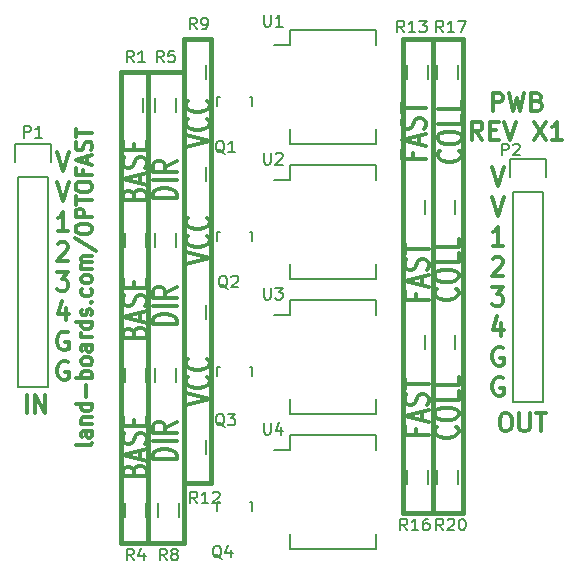
<source format=gto>
G04 #@! TF.FileFunction,Legend,Top*
%FSLAX46Y46*%
G04 Gerber Fmt 4.6, Leading zero omitted, Abs format (unit mm)*
G04 Created by KiCad (PCBNEW (after 2015-mar-04 BZR unknown)-product) date 12/19/2016 12:33:55 PM*
%MOMM*%
G01*
G04 APERTURE LIST*
%ADD10C,0.150000*%
%ADD11C,0.381000*%
%ADD12C,0.304800*%
G04 APERTURE END LIST*
D10*
D11*
X37592000Y-3556000D02*
X37592000Y-43688000D01*
X35052000Y-43688000D02*
X35052000Y-3556000D01*
X40132000Y-43688000D02*
X35052000Y-43688000D01*
X40132000Y-3556000D02*
X40132000Y-43688000D01*
X35052000Y-3556000D02*
X40132000Y-3556000D01*
D12*
X16667238Y-12700000D02*
X18699238Y-12192000D01*
X16667238Y-11684000D01*
X18505714Y-10305143D02*
X18602476Y-10377714D01*
X18699238Y-10595428D01*
X18699238Y-10740571D01*
X18602476Y-10958286D01*
X18408952Y-11103428D01*
X18215429Y-11176000D01*
X17828381Y-11248571D01*
X17538095Y-11248571D01*
X17151048Y-11176000D01*
X16957524Y-11103428D01*
X16764000Y-10958286D01*
X16667238Y-10740571D01*
X16667238Y-10595428D01*
X16764000Y-10377714D01*
X16860762Y-10305143D01*
X18505714Y-8781143D02*
X18602476Y-8853714D01*
X18699238Y-9071428D01*
X18699238Y-9216571D01*
X18602476Y-9434286D01*
X18408952Y-9579428D01*
X18215429Y-9652000D01*
X17828381Y-9724571D01*
X17538095Y-9724571D01*
X17151048Y-9652000D01*
X16957524Y-9579428D01*
X16764000Y-9434286D01*
X16667238Y-9216571D01*
X16667238Y-9071428D01*
X16764000Y-8853714D01*
X16860762Y-8781143D01*
X16667238Y-22606000D02*
X18699238Y-22098000D01*
X16667238Y-21590000D01*
X18505714Y-20211143D02*
X18602476Y-20283714D01*
X18699238Y-20501428D01*
X18699238Y-20646571D01*
X18602476Y-20864286D01*
X18408952Y-21009428D01*
X18215429Y-21082000D01*
X17828381Y-21154571D01*
X17538095Y-21154571D01*
X17151048Y-21082000D01*
X16957524Y-21009428D01*
X16764000Y-20864286D01*
X16667238Y-20646571D01*
X16667238Y-20501428D01*
X16764000Y-20283714D01*
X16860762Y-20211143D01*
X18505714Y-18687143D02*
X18602476Y-18759714D01*
X18699238Y-18977428D01*
X18699238Y-19122571D01*
X18602476Y-19340286D01*
X18408952Y-19485428D01*
X18215429Y-19558000D01*
X17828381Y-19630571D01*
X17538095Y-19630571D01*
X17151048Y-19558000D01*
X16957524Y-19485428D01*
X16764000Y-19340286D01*
X16667238Y-19122571D01*
X16667238Y-18977428D01*
X16764000Y-18759714D01*
X16860762Y-18687143D01*
X16667238Y-34544000D02*
X18699238Y-34036000D01*
X16667238Y-33528000D01*
X18505714Y-32149143D02*
X18602476Y-32221714D01*
X18699238Y-32439428D01*
X18699238Y-32584571D01*
X18602476Y-32802286D01*
X18408952Y-32947428D01*
X18215429Y-33020000D01*
X17828381Y-33092571D01*
X17538095Y-33092571D01*
X17151048Y-33020000D01*
X16957524Y-32947428D01*
X16764000Y-32802286D01*
X16667238Y-32584571D01*
X16667238Y-32439428D01*
X16764000Y-32221714D01*
X16860762Y-32149143D01*
X18505714Y-30625143D02*
X18602476Y-30697714D01*
X18699238Y-30915428D01*
X18699238Y-31060571D01*
X18602476Y-31278286D01*
X18408952Y-31423428D01*
X18215429Y-31496000D01*
X17828381Y-31568571D01*
X17538095Y-31568571D01*
X17151048Y-31496000D01*
X16957524Y-31423428D01*
X16764000Y-31278286D01*
X16667238Y-31060571D01*
X16667238Y-30915428D01*
X16764000Y-30697714D01*
X16860762Y-30625143D01*
X15905238Y-39116000D02*
X13873238Y-39116000D01*
X13873238Y-38753143D01*
X13970000Y-38535428D01*
X14163524Y-38390286D01*
X14357048Y-38317714D01*
X14744095Y-38245143D01*
X15034381Y-38245143D01*
X15421429Y-38317714D01*
X15614952Y-38390286D01*
X15808476Y-38535428D01*
X15905238Y-38753143D01*
X15905238Y-39116000D01*
X15905238Y-37592000D02*
X13873238Y-37592000D01*
X15905238Y-35995429D02*
X14937619Y-36503429D01*
X15905238Y-36866286D02*
X13873238Y-36866286D01*
X13873238Y-36285714D01*
X13970000Y-36140572D01*
X14066762Y-36068000D01*
X14260286Y-35995429D01*
X14550571Y-35995429D01*
X14744095Y-36068000D01*
X14840857Y-36140572D01*
X14937619Y-36285714D01*
X14937619Y-36866286D01*
X15905238Y-27686000D02*
X13873238Y-27686000D01*
X13873238Y-27323143D01*
X13970000Y-27105428D01*
X14163524Y-26960286D01*
X14357048Y-26887714D01*
X14744095Y-26815143D01*
X15034381Y-26815143D01*
X15421429Y-26887714D01*
X15614952Y-26960286D01*
X15808476Y-27105428D01*
X15905238Y-27323143D01*
X15905238Y-27686000D01*
X15905238Y-26162000D02*
X13873238Y-26162000D01*
X15905238Y-24565429D02*
X14937619Y-25073429D01*
X15905238Y-25436286D02*
X13873238Y-25436286D01*
X13873238Y-24855714D01*
X13970000Y-24710572D01*
X14066762Y-24638000D01*
X14260286Y-24565429D01*
X14550571Y-24565429D01*
X14744095Y-24638000D01*
X14840857Y-24710572D01*
X14937619Y-24855714D01*
X14937619Y-25436286D01*
X15905238Y-17018000D02*
X13873238Y-17018000D01*
X13873238Y-16655143D01*
X13970000Y-16437428D01*
X14163524Y-16292286D01*
X14357048Y-16219714D01*
X14744095Y-16147143D01*
X15034381Y-16147143D01*
X15421429Y-16219714D01*
X15614952Y-16292286D01*
X15808476Y-16437428D01*
X15905238Y-16655143D01*
X15905238Y-17018000D01*
X15905238Y-15494000D02*
X13873238Y-15494000D01*
X15905238Y-13897429D02*
X14937619Y-14405429D01*
X15905238Y-14768286D02*
X13873238Y-14768286D01*
X13873238Y-14187714D01*
X13970000Y-14042572D01*
X14066762Y-13970000D01*
X14260286Y-13897429D01*
X14550571Y-13897429D01*
X14744095Y-13970000D01*
X14840857Y-14042572D01*
X14937619Y-14187714D01*
X14937619Y-14768286D01*
D11*
X18796000Y-41148000D02*
X16510000Y-41148000D01*
X18796000Y-3556000D02*
X18796000Y-41148000D01*
X16510000Y-3556000D02*
X18796000Y-3556000D01*
X16510000Y-6350000D02*
X16510000Y-3556000D01*
X11176000Y-6350000D02*
X11430000Y-6350000D01*
X11176000Y-46228000D02*
X11430000Y-46228000D01*
X13462000Y-6350000D02*
X13462000Y-46228000D01*
X11430000Y-6350000D02*
X16510000Y-6350000D01*
X11176000Y-46228000D02*
X11176000Y-6350000D01*
X16510000Y-46228000D02*
X16510000Y-6350000D01*
X11430000Y-46228000D02*
X16510000Y-46228000D01*
D12*
X12300857Y-16691429D02*
X12397619Y-16473715D01*
X12494381Y-16401143D01*
X12687905Y-16328572D01*
X12978190Y-16328572D01*
X13171714Y-16401143D01*
X13268476Y-16473715D01*
X13365238Y-16618857D01*
X13365238Y-17199429D01*
X11333238Y-17199429D01*
X11333238Y-16691429D01*
X11430000Y-16546286D01*
X11526762Y-16473715D01*
X11720286Y-16401143D01*
X11913810Y-16401143D01*
X12107333Y-16473715D01*
X12204095Y-16546286D01*
X12300857Y-16691429D01*
X12300857Y-17199429D01*
X12784667Y-15748000D02*
X12784667Y-15022286D01*
X13365238Y-15893143D02*
X11333238Y-15385143D01*
X13365238Y-14877143D01*
X13268476Y-14441714D02*
X13365238Y-14224000D01*
X13365238Y-13861143D01*
X13268476Y-13716000D01*
X13171714Y-13643429D01*
X12978190Y-13570857D01*
X12784667Y-13570857D01*
X12591143Y-13643429D01*
X12494381Y-13716000D01*
X12397619Y-13861143D01*
X12300857Y-14151429D01*
X12204095Y-14296571D01*
X12107333Y-14369143D01*
X11913810Y-14441714D01*
X11720286Y-14441714D01*
X11526762Y-14369143D01*
X11430000Y-14296571D01*
X11333238Y-14151429D01*
X11333238Y-13788571D01*
X11430000Y-13570857D01*
X12300857Y-12917714D02*
X12300857Y-12409714D01*
X13365238Y-12192000D02*
X13365238Y-12917714D01*
X11333238Y-12917714D01*
X11333238Y-12192000D01*
X12300857Y-28375429D02*
X12397619Y-28157715D01*
X12494381Y-28085143D01*
X12687905Y-28012572D01*
X12978190Y-28012572D01*
X13171714Y-28085143D01*
X13268476Y-28157715D01*
X13365238Y-28302857D01*
X13365238Y-28883429D01*
X11333238Y-28883429D01*
X11333238Y-28375429D01*
X11430000Y-28230286D01*
X11526762Y-28157715D01*
X11720286Y-28085143D01*
X11913810Y-28085143D01*
X12107333Y-28157715D01*
X12204095Y-28230286D01*
X12300857Y-28375429D01*
X12300857Y-28883429D01*
X12784667Y-27432000D02*
X12784667Y-26706286D01*
X13365238Y-27577143D02*
X11333238Y-27069143D01*
X13365238Y-26561143D01*
X13268476Y-26125714D02*
X13365238Y-25908000D01*
X13365238Y-25545143D01*
X13268476Y-25400000D01*
X13171714Y-25327429D01*
X12978190Y-25254857D01*
X12784667Y-25254857D01*
X12591143Y-25327429D01*
X12494381Y-25400000D01*
X12397619Y-25545143D01*
X12300857Y-25835429D01*
X12204095Y-25980571D01*
X12107333Y-26053143D01*
X11913810Y-26125714D01*
X11720286Y-26125714D01*
X11526762Y-26053143D01*
X11430000Y-25980571D01*
X11333238Y-25835429D01*
X11333238Y-25472571D01*
X11430000Y-25254857D01*
X12300857Y-24601714D02*
X12300857Y-24093714D01*
X13365238Y-23876000D02*
X13365238Y-24601714D01*
X11333238Y-24601714D01*
X11333238Y-23876000D01*
X12300857Y-40059429D02*
X12397619Y-39841715D01*
X12494381Y-39769143D01*
X12687905Y-39696572D01*
X12978190Y-39696572D01*
X13171714Y-39769143D01*
X13268476Y-39841715D01*
X13365238Y-39986857D01*
X13365238Y-40567429D01*
X11333238Y-40567429D01*
X11333238Y-40059429D01*
X11430000Y-39914286D01*
X11526762Y-39841715D01*
X11720286Y-39769143D01*
X11913810Y-39769143D01*
X12107333Y-39841715D01*
X12204095Y-39914286D01*
X12300857Y-40059429D01*
X12300857Y-40567429D01*
X12784667Y-39116000D02*
X12784667Y-38390286D01*
X13365238Y-39261143D02*
X11333238Y-38753143D01*
X13365238Y-38245143D01*
X13268476Y-37809714D02*
X13365238Y-37592000D01*
X13365238Y-37229143D01*
X13268476Y-37084000D01*
X13171714Y-37011429D01*
X12978190Y-36938857D01*
X12784667Y-36938857D01*
X12591143Y-37011429D01*
X12494381Y-37084000D01*
X12397619Y-37229143D01*
X12300857Y-37519429D01*
X12204095Y-37664571D01*
X12107333Y-37737143D01*
X11913810Y-37809714D01*
X11720286Y-37809714D01*
X11526762Y-37737143D01*
X11430000Y-37664571D01*
X11333238Y-37519429D01*
X11333238Y-37156571D01*
X11430000Y-36938857D01*
X12300857Y-36285714D02*
X12300857Y-35777714D01*
X13365238Y-35560000D02*
X13365238Y-36285714D01*
X11333238Y-36285714D01*
X11333238Y-35560000D01*
X39841714Y-12990285D02*
X39938476Y-13062856D01*
X40035238Y-13280570D01*
X40035238Y-13425713D01*
X39938476Y-13643428D01*
X39744952Y-13788570D01*
X39551429Y-13861142D01*
X39164381Y-13933713D01*
X38874095Y-13933713D01*
X38487048Y-13861142D01*
X38293524Y-13788570D01*
X38100000Y-13643428D01*
X38003238Y-13425713D01*
X38003238Y-13280570D01*
X38100000Y-13062856D01*
X38196762Y-12990285D01*
X38003238Y-12046856D02*
X38003238Y-11756570D01*
X38100000Y-11611428D01*
X38293524Y-11466285D01*
X38680571Y-11393713D01*
X39357905Y-11393713D01*
X39744952Y-11466285D01*
X39938476Y-11611428D01*
X40035238Y-11756570D01*
X40035238Y-12046856D01*
X39938476Y-12191999D01*
X39744952Y-12337142D01*
X39357905Y-12409713D01*
X38680571Y-12409713D01*
X38293524Y-12337142D01*
X38100000Y-12191999D01*
X38003238Y-12046856D01*
X40035238Y-10014857D02*
X40035238Y-10740571D01*
X38003238Y-10740571D01*
X40035238Y-8781143D02*
X40035238Y-9506857D01*
X38003238Y-9506857D01*
X39587714Y-24674285D02*
X39684476Y-24746856D01*
X39781238Y-24964570D01*
X39781238Y-25109713D01*
X39684476Y-25327428D01*
X39490952Y-25472570D01*
X39297429Y-25545142D01*
X38910381Y-25617713D01*
X38620095Y-25617713D01*
X38233048Y-25545142D01*
X38039524Y-25472570D01*
X37846000Y-25327428D01*
X37749238Y-25109713D01*
X37749238Y-24964570D01*
X37846000Y-24746856D01*
X37942762Y-24674285D01*
X37749238Y-23730856D02*
X37749238Y-23440570D01*
X37846000Y-23295428D01*
X38039524Y-23150285D01*
X38426571Y-23077713D01*
X39103905Y-23077713D01*
X39490952Y-23150285D01*
X39684476Y-23295428D01*
X39781238Y-23440570D01*
X39781238Y-23730856D01*
X39684476Y-23875999D01*
X39490952Y-24021142D01*
X39103905Y-24093713D01*
X38426571Y-24093713D01*
X38039524Y-24021142D01*
X37846000Y-23875999D01*
X37749238Y-23730856D01*
X39781238Y-21698857D02*
X39781238Y-22424571D01*
X37749238Y-22424571D01*
X39781238Y-20465143D02*
X39781238Y-21190857D01*
X37749238Y-21190857D01*
X39587714Y-36358285D02*
X39684476Y-36430856D01*
X39781238Y-36648570D01*
X39781238Y-36793713D01*
X39684476Y-37011428D01*
X39490952Y-37156570D01*
X39297429Y-37229142D01*
X38910381Y-37301713D01*
X38620095Y-37301713D01*
X38233048Y-37229142D01*
X38039524Y-37156570D01*
X37846000Y-37011428D01*
X37749238Y-36793713D01*
X37749238Y-36648570D01*
X37846000Y-36430856D01*
X37942762Y-36358285D01*
X37749238Y-35414856D02*
X37749238Y-35124570D01*
X37846000Y-34979428D01*
X38039524Y-34834285D01*
X38426571Y-34761713D01*
X39103905Y-34761713D01*
X39490952Y-34834285D01*
X39684476Y-34979428D01*
X39781238Y-35124570D01*
X39781238Y-35414856D01*
X39684476Y-35559999D01*
X39490952Y-35705142D01*
X39103905Y-35777713D01*
X38426571Y-35777713D01*
X38039524Y-35705142D01*
X37846000Y-35559999D01*
X37749238Y-35414856D01*
X39781238Y-33382857D02*
X39781238Y-34108571D01*
X37749238Y-34108571D01*
X39781238Y-32149143D02*
X39781238Y-32874857D01*
X37749238Y-32874857D01*
X35922857Y-13171715D02*
X35922857Y-13679715D01*
X36987238Y-13679715D02*
X34955238Y-13679715D01*
X34955238Y-12954001D01*
X36406667Y-12446000D02*
X36406667Y-11720286D01*
X36987238Y-12591143D02*
X34955238Y-12083143D01*
X36987238Y-11575143D01*
X36890476Y-11139714D02*
X36987238Y-10922000D01*
X36987238Y-10559143D01*
X36890476Y-10414000D01*
X36793714Y-10341429D01*
X36600190Y-10268857D01*
X36406667Y-10268857D01*
X36213143Y-10341429D01*
X36116381Y-10414000D01*
X36019619Y-10559143D01*
X35922857Y-10849429D01*
X35826095Y-10994571D01*
X35729333Y-11067143D01*
X35535810Y-11139714D01*
X35342286Y-11139714D01*
X35148762Y-11067143D01*
X35052000Y-10994571D01*
X34955238Y-10849429D01*
X34955238Y-10486571D01*
X35052000Y-10268857D01*
X34955238Y-9833428D02*
X34955238Y-8962571D01*
X36987238Y-9398000D02*
X34955238Y-9398000D01*
X36176857Y-36539715D02*
X36176857Y-37047715D01*
X37241238Y-37047715D02*
X35209238Y-37047715D01*
X35209238Y-36322001D01*
X36660667Y-35814000D02*
X36660667Y-35088286D01*
X37241238Y-35959143D02*
X35209238Y-35451143D01*
X37241238Y-34943143D01*
X37144476Y-34507714D02*
X37241238Y-34290000D01*
X37241238Y-33927143D01*
X37144476Y-33782000D01*
X37047714Y-33709429D01*
X36854190Y-33636857D01*
X36660667Y-33636857D01*
X36467143Y-33709429D01*
X36370381Y-33782000D01*
X36273619Y-33927143D01*
X36176857Y-34217429D01*
X36080095Y-34362571D01*
X35983333Y-34435143D01*
X35789810Y-34507714D01*
X35596286Y-34507714D01*
X35402762Y-34435143D01*
X35306000Y-34362571D01*
X35209238Y-34217429D01*
X35209238Y-33854571D01*
X35306000Y-33636857D01*
X35209238Y-33201428D02*
X35209238Y-32330571D01*
X37241238Y-32766000D02*
X35209238Y-32766000D01*
X36176857Y-25109715D02*
X36176857Y-25617715D01*
X37241238Y-25617715D02*
X35209238Y-25617715D01*
X35209238Y-24892001D01*
X36660667Y-24384000D02*
X36660667Y-23658286D01*
X37241238Y-24529143D02*
X35209238Y-24021143D01*
X37241238Y-23513143D01*
X37144476Y-23077714D02*
X37241238Y-22860000D01*
X37241238Y-22497143D01*
X37144476Y-22352000D01*
X37047714Y-22279429D01*
X36854190Y-22206857D01*
X36660667Y-22206857D01*
X36467143Y-22279429D01*
X36370381Y-22352000D01*
X36273619Y-22497143D01*
X36176857Y-22787429D01*
X36080095Y-22932571D01*
X35983333Y-23005143D01*
X35789810Y-23077714D01*
X35596286Y-23077714D01*
X35402762Y-23005143D01*
X35306000Y-22932571D01*
X35209238Y-22787429D01*
X35209238Y-22424571D01*
X35306000Y-22206857D01*
X35209238Y-21771428D02*
X35209238Y-20900571D01*
X37241238Y-21336000D02*
X35209238Y-21336000D01*
X43628001Y-35243429D02*
X43918287Y-35243429D01*
X44063429Y-35316000D01*
X44208572Y-35461143D01*
X44281144Y-35751429D01*
X44281144Y-36259429D01*
X44208572Y-36549714D01*
X44063429Y-36694857D01*
X43918287Y-36767429D01*
X43628001Y-36767429D01*
X43482858Y-36694857D01*
X43337715Y-36549714D01*
X43265144Y-36259429D01*
X43265144Y-35751429D01*
X43337715Y-35461143D01*
X43482858Y-35316000D01*
X43628001Y-35243429D01*
X44934286Y-35243429D02*
X44934286Y-36477143D01*
X45006858Y-36622286D01*
X45079429Y-36694857D01*
X45224572Y-36767429D01*
X45514858Y-36767429D01*
X45660000Y-36694857D01*
X45732572Y-36622286D01*
X45805143Y-36477143D01*
X45805143Y-35243429D01*
X46313143Y-35243429D02*
X47184000Y-35243429D01*
X46748571Y-36767429D02*
X46748571Y-35243429D01*
X3205715Y-35243429D02*
X3205715Y-33719429D01*
X3931429Y-35243429D02*
X3931429Y-33719429D01*
X4802286Y-35243429D01*
X4802286Y-33719429D01*
X42612000Y-14355920D02*
X43120000Y-15956120D01*
X43628000Y-14355920D01*
X42612000Y-16901000D02*
X43120000Y-18501200D01*
X43628000Y-16901000D01*
X43555429Y-21046280D02*
X42684572Y-21046280D01*
X43120000Y-21046280D02*
X43120000Y-19446080D01*
X42974857Y-19674680D01*
X42829715Y-19827080D01*
X42684572Y-19903280D01*
X42684572Y-22143560D02*
X42757143Y-22067360D01*
X42902286Y-21991160D01*
X43265143Y-21991160D01*
X43410286Y-22067360D01*
X43482857Y-22143560D01*
X43555429Y-22295960D01*
X43555429Y-22448360D01*
X43482857Y-22676960D01*
X42612000Y-23591360D01*
X43555429Y-23591360D01*
X42612000Y-24536240D02*
X43555429Y-24536240D01*
X43047429Y-25145840D01*
X43265143Y-25145840D01*
X43410286Y-25222040D01*
X43482857Y-25298240D01*
X43555429Y-25450640D01*
X43555429Y-25831640D01*
X43482857Y-25984040D01*
X43410286Y-26060240D01*
X43265143Y-26136440D01*
X42829715Y-26136440D01*
X42684572Y-26060240D01*
X42612000Y-25984040D01*
X43410286Y-27614720D02*
X43410286Y-28681520D01*
X43047429Y-27005120D02*
X42684572Y-28148120D01*
X43628000Y-28148120D01*
X43519143Y-29702600D02*
X43374000Y-29626400D01*
X43156286Y-29626400D01*
X42938571Y-29702600D01*
X42793429Y-29855000D01*
X42720857Y-30007400D01*
X42648286Y-30312200D01*
X42648286Y-30540800D01*
X42720857Y-30845600D01*
X42793429Y-30998000D01*
X42938571Y-31150400D01*
X43156286Y-31226600D01*
X43301429Y-31226600D01*
X43519143Y-31150400D01*
X43591714Y-31074200D01*
X43591714Y-30540800D01*
X43301429Y-30540800D01*
X43519143Y-32247680D02*
X43374000Y-32171480D01*
X43156286Y-32171480D01*
X42938571Y-32247680D01*
X42793429Y-32400080D01*
X42720857Y-32552480D01*
X42648286Y-32857280D01*
X42648286Y-33085880D01*
X42720857Y-33390680D01*
X42793429Y-33543080D01*
X42938571Y-33695480D01*
X43156286Y-33771680D01*
X43301429Y-33771680D01*
X43519143Y-33695480D01*
X43591714Y-33619280D01*
X43591714Y-33085880D01*
X43301429Y-33085880D01*
X5782000Y-13155105D02*
X6290000Y-14742605D01*
X6798000Y-13155105D01*
X5782000Y-15682405D02*
X6290000Y-17269905D01*
X6798000Y-15682405D01*
X6725429Y-19797205D02*
X5854572Y-19797205D01*
X6290000Y-19797205D02*
X6290000Y-18209705D01*
X6144857Y-18436490D01*
X5999715Y-18587681D01*
X5854572Y-18663276D01*
X5854572Y-20888195D02*
X5927143Y-20812600D01*
X6072286Y-20737005D01*
X6435143Y-20737005D01*
X6580286Y-20812600D01*
X6652857Y-20888195D01*
X6725429Y-21039386D01*
X6725429Y-21190576D01*
X6652857Y-21417362D01*
X5782000Y-22324505D01*
X6725429Y-22324505D01*
X5782000Y-23264305D02*
X6725429Y-23264305D01*
X6217429Y-23869067D01*
X6435143Y-23869067D01*
X6580286Y-23944662D01*
X6652857Y-24020257D01*
X6725429Y-24171448D01*
X6725429Y-24549424D01*
X6652857Y-24700614D01*
X6580286Y-24776210D01*
X6435143Y-24851805D01*
X5999715Y-24851805D01*
X5854572Y-24776210D01*
X5782000Y-24700614D01*
X6580286Y-26320771D02*
X6580286Y-27379105D01*
X6217429Y-25716010D02*
X5854572Y-26849938D01*
X6798000Y-26849938D01*
X6689143Y-28394500D02*
X6544000Y-28318905D01*
X6326286Y-28318905D01*
X6108571Y-28394500D01*
X5963429Y-28545690D01*
X5890857Y-28696881D01*
X5818286Y-28999262D01*
X5818286Y-29226048D01*
X5890857Y-29528429D01*
X5963429Y-29679619D01*
X6108571Y-29830810D01*
X6326286Y-29906405D01*
X6471429Y-29906405D01*
X6689143Y-29830810D01*
X6761714Y-29755214D01*
X6761714Y-29226048D01*
X6471429Y-29226048D01*
X6689143Y-30921800D02*
X6544000Y-30846205D01*
X6326286Y-30846205D01*
X6108571Y-30921800D01*
X5963429Y-31072990D01*
X5890857Y-31224181D01*
X5818286Y-31526562D01*
X5818286Y-31753348D01*
X5890857Y-32055729D01*
X5963429Y-32206919D01*
X6108571Y-32358110D01*
X6326286Y-32433705D01*
X6471429Y-32433705D01*
X6689143Y-32358110D01*
X6761714Y-32282514D01*
X6761714Y-31753348D01*
X6471429Y-31753348D01*
X8759976Y-37761333D02*
X8693452Y-37882286D01*
X8560405Y-37942762D01*
X7362976Y-37942762D01*
X8759976Y-36733238D02*
X8028214Y-36733238D01*
X7895167Y-36793715D01*
X7828643Y-36914667D01*
X7828643Y-37156572D01*
X7895167Y-37277524D01*
X8693452Y-36733238D02*
X8759976Y-36854191D01*
X8759976Y-37156572D01*
X8693452Y-37277524D01*
X8560405Y-37338000D01*
X8427357Y-37338000D01*
X8294310Y-37277524D01*
X8227786Y-37156572D01*
X8227786Y-36854191D01*
X8161262Y-36733238D01*
X7828643Y-36128476D02*
X8759976Y-36128476D01*
X7961690Y-36128476D02*
X7895167Y-36068000D01*
X7828643Y-35947047D01*
X7828643Y-35765619D01*
X7895167Y-35644667D01*
X8028214Y-35584190D01*
X8759976Y-35584190D01*
X8759976Y-34435142D02*
X7362976Y-34435142D01*
X8693452Y-34435142D02*
X8759976Y-34556095D01*
X8759976Y-34797999D01*
X8693452Y-34918952D01*
X8626929Y-34979428D01*
X8493881Y-35039904D01*
X8094738Y-35039904D01*
X7961690Y-34979428D01*
X7895167Y-34918952D01*
X7828643Y-34797999D01*
X7828643Y-34556095D01*
X7895167Y-34435142D01*
X8227786Y-33830380D02*
X8227786Y-32862761D01*
X8759976Y-32257999D02*
X7362976Y-32257999D01*
X7895167Y-32257999D02*
X7828643Y-32137047D01*
X7828643Y-31895142D01*
X7895167Y-31774190D01*
X7961690Y-31713713D01*
X8094738Y-31653237D01*
X8493881Y-31653237D01*
X8626929Y-31713713D01*
X8693452Y-31774190D01*
X8759976Y-31895142D01*
X8759976Y-32137047D01*
X8693452Y-32257999D01*
X8759976Y-30927522D02*
X8693452Y-31048475D01*
X8626929Y-31108951D01*
X8493881Y-31169427D01*
X8094738Y-31169427D01*
X7961690Y-31108951D01*
X7895167Y-31048475D01*
X7828643Y-30927522D01*
X7828643Y-30746094D01*
X7895167Y-30625142D01*
X7961690Y-30564665D01*
X8094738Y-30504189D01*
X8493881Y-30504189D01*
X8626929Y-30564665D01*
X8693452Y-30625142D01*
X8759976Y-30746094D01*
X8759976Y-30927522D01*
X8759976Y-29415617D02*
X8028214Y-29415617D01*
X7895167Y-29476094D01*
X7828643Y-29597046D01*
X7828643Y-29838951D01*
X7895167Y-29959903D01*
X8693452Y-29415617D02*
X8759976Y-29536570D01*
X8759976Y-29838951D01*
X8693452Y-29959903D01*
X8560405Y-30020379D01*
X8427357Y-30020379D01*
X8294310Y-29959903D01*
X8227786Y-29838951D01*
X8227786Y-29536570D01*
X8161262Y-29415617D01*
X8759976Y-28810855D02*
X7828643Y-28810855D01*
X8094738Y-28810855D02*
X7961690Y-28750379D01*
X7895167Y-28689903D01*
X7828643Y-28568950D01*
X7828643Y-28447998D01*
X8759976Y-27480379D02*
X7362976Y-27480379D01*
X8693452Y-27480379D02*
X8759976Y-27601332D01*
X8759976Y-27843236D01*
X8693452Y-27964189D01*
X8626929Y-28024665D01*
X8493881Y-28085141D01*
X8094738Y-28085141D01*
X7961690Y-28024665D01*
X7895167Y-27964189D01*
X7828643Y-27843236D01*
X7828643Y-27601332D01*
X7895167Y-27480379D01*
X8693452Y-26936093D02*
X8759976Y-26815141D01*
X8759976Y-26573236D01*
X8693452Y-26452284D01*
X8560405Y-26391808D01*
X8493881Y-26391808D01*
X8360833Y-26452284D01*
X8294310Y-26573236D01*
X8294310Y-26754665D01*
X8227786Y-26875617D01*
X8094738Y-26936093D01*
X8028214Y-26936093D01*
X7895167Y-26875617D01*
X7828643Y-26754665D01*
X7828643Y-26573236D01*
X7895167Y-26452284D01*
X8626929Y-25847522D02*
X8693452Y-25787046D01*
X8759976Y-25847522D01*
X8693452Y-25907998D01*
X8626929Y-25847522D01*
X8759976Y-25847522D01*
X8693452Y-24698474D02*
X8759976Y-24819427D01*
X8759976Y-25061331D01*
X8693452Y-25182284D01*
X8626929Y-25242760D01*
X8493881Y-25303236D01*
X8094738Y-25303236D01*
X7961690Y-25242760D01*
X7895167Y-25182284D01*
X7828643Y-25061331D01*
X7828643Y-24819427D01*
X7895167Y-24698474D01*
X8759976Y-23972760D02*
X8693452Y-24093713D01*
X8626929Y-24154189D01*
X8493881Y-24214665D01*
X8094738Y-24214665D01*
X7961690Y-24154189D01*
X7895167Y-24093713D01*
X7828643Y-23972760D01*
X7828643Y-23791332D01*
X7895167Y-23670380D01*
X7961690Y-23609903D01*
X8094738Y-23549427D01*
X8493881Y-23549427D01*
X8626929Y-23609903D01*
X8693452Y-23670380D01*
X8759976Y-23791332D01*
X8759976Y-23972760D01*
X8759976Y-23005141D02*
X7828643Y-23005141D01*
X7961690Y-23005141D02*
X7895167Y-22944665D01*
X7828643Y-22823712D01*
X7828643Y-22642284D01*
X7895167Y-22521332D01*
X8028214Y-22460855D01*
X8759976Y-22460855D01*
X8028214Y-22460855D02*
X7895167Y-22400379D01*
X7828643Y-22279427D01*
X7828643Y-22097998D01*
X7895167Y-21977046D01*
X8028214Y-21916570D01*
X8759976Y-21916570D01*
X7296452Y-20404665D02*
X9092595Y-21493237D01*
X7362976Y-19739427D02*
X7362976Y-19497523D01*
X7429500Y-19376570D01*
X7562548Y-19255618D01*
X7828643Y-19195142D01*
X8294310Y-19195142D01*
X8560405Y-19255618D01*
X8693452Y-19376570D01*
X8759976Y-19497523D01*
X8759976Y-19739427D01*
X8693452Y-19860380D01*
X8560405Y-19981332D01*
X8294310Y-20041808D01*
X7828643Y-20041808D01*
X7562548Y-19981332D01*
X7429500Y-19860380D01*
X7362976Y-19739427D01*
X8759976Y-18650856D02*
X7362976Y-18650856D01*
X7362976Y-18167047D01*
X7429500Y-18046094D01*
X7496024Y-17985618D01*
X7629071Y-17925142D01*
X7828643Y-17925142D01*
X7961690Y-17985618D01*
X8028214Y-18046094D01*
X8094738Y-18167047D01*
X8094738Y-18650856D01*
X7362976Y-17562285D02*
X7362976Y-16836570D01*
X8759976Y-17199427D02*
X7362976Y-17199427D01*
X7362976Y-16171332D02*
X7362976Y-15929428D01*
X7429500Y-15808475D01*
X7562548Y-15687523D01*
X7828643Y-15627047D01*
X8294310Y-15627047D01*
X8560405Y-15687523D01*
X8693452Y-15808475D01*
X8759976Y-15929428D01*
X8759976Y-16171332D01*
X8693452Y-16292285D01*
X8560405Y-16413237D01*
X8294310Y-16473713D01*
X7828643Y-16473713D01*
X7562548Y-16413237D01*
X7429500Y-16292285D01*
X7362976Y-16171332D01*
X8028214Y-14659428D02*
X8028214Y-15082761D01*
X8759976Y-15082761D02*
X7362976Y-15082761D01*
X7362976Y-14477999D01*
X8360833Y-14054666D02*
X8360833Y-13449904D01*
X8759976Y-14175619D02*
X7362976Y-13752285D01*
X8759976Y-13328952D01*
X8693452Y-12966095D02*
X8759976Y-12784667D01*
X8759976Y-12482286D01*
X8693452Y-12361333D01*
X8626929Y-12300857D01*
X8493881Y-12240381D01*
X8360833Y-12240381D01*
X8227786Y-12300857D01*
X8161262Y-12361333D01*
X8094738Y-12482286D01*
X8028214Y-12724190D01*
X7961690Y-12845143D01*
X7895167Y-12905619D01*
X7762119Y-12966095D01*
X7629071Y-12966095D01*
X7496024Y-12905619D01*
X7429500Y-12845143D01*
X7362976Y-12724190D01*
X7362976Y-12421810D01*
X7429500Y-12240381D01*
X7362976Y-11877524D02*
X7362976Y-11151809D01*
X8759976Y-11514666D02*
X7362976Y-11514666D01*
X42672000Y-9630229D02*
X42672000Y-8106229D01*
X43252572Y-8106229D01*
X43397714Y-8178800D01*
X43470286Y-8251371D01*
X43542857Y-8396514D01*
X43542857Y-8614229D01*
X43470286Y-8759371D01*
X43397714Y-8831943D01*
X43252572Y-8904514D01*
X42672000Y-8904514D01*
X44050857Y-8106229D02*
X44413714Y-9630229D01*
X44704000Y-8541657D01*
X44994286Y-9630229D01*
X45357143Y-8106229D01*
X46445714Y-8831943D02*
X46663428Y-8904514D01*
X46736000Y-8977086D01*
X46808571Y-9122229D01*
X46808571Y-9339943D01*
X46736000Y-9485086D01*
X46663428Y-9557657D01*
X46518286Y-9630229D01*
X45937714Y-9630229D01*
X45937714Y-8106229D01*
X46445714Y-8106229D01*
X46590857Y-8178800D01*
X46663428Y-8251371D01*
X46736000Y-8396514D01*
X46736000Y-8541657D01*
X46663428Y-8686800D01*
X46590857Y-8759371D01*
X46445714Y-8831943D01*
X45937714Y-8831943D01*
X41801142Y-12068629D02*
X41293142Y-11342914D01*
X40930285Y-12068629D02*
X40930285Y-10544629D01*
X41510857Y-10544629D01*
X41655999Y-10617200D01*
X41728571Y-10689771D01*
X41801142Y-10834914D01*
X41801142Y-11052629D01*
X41728571Y-11197771D01*
X41655999Y-11270343D01*
X41510857Y-11342914D01*
X40930285Y-11342914D01*
X42454285Y-11270343D02*
X42962285Y-11270343D01*
X43179999Y-12068629D02*
X42454285Y-12068629D01*
X42454285Y-10544629D01*
X43179999Y-10544629D01*
X43615428Y-10544629D02*
X44123428Y-12068629D01*
X44631428Y-10544629D01*
X46155428Y-10544629D02*
X47171428Y-12068629D01*
X47171428Y-10544629D02*
X46155428Y-12068629D01*
X48550286Y-12068629D02*
X47679429Y-12068629D01*
X48114857Y-12068629D02*
X48114857Y-10544629D01*
X47969714Y-10762343D01*
X47824572Y-10907486D01*
X47679429Y-10980057D01*
D10*
X11317000Y-9744000D02*
X11317000Y-8544000D01*
X13067000Y-8544000D02*
X13067000Y-9744000D01*
X18401000Y-5750000D02*
X18401000Y-6950000D01*
X16651000Y-6950000D02*
X16651000Y-5750000D01*
X39737000Y-5750000D02*
X39737000Y-6950000D01*
X37987000Y-6950000D02*
X37987000Y-5750000D01*
X11571000Y-21174000D02*
X11571000Y-19974000D01*
X13321000Y-19974000D02*
X13321000Y-21174000D01*
X16651000Y-15586000D02*
X16651000Y-14386000D01*
X18401000Y-14386000D02*
X18401000Y-15586000D01*
X39483000Y-17180000D02*
X39483000Y-18380000D01*
X37733000Y-18380000D02*
X37733000Y-17180000D01*
X11571000Y-32604000D02*
X11571000Y-31404000D01*
X13321000Y-31404000D02*
X13321000Y-32604000D01*
X16651000Y-27270000D02*
X16651000Y-26070000D01*
X18401000Y-26070000D02*
X18401000Y-27270000D01*
X39483000Y-28610000D02*
X39483000Y-29810000D01*
X37733000Y-29810000D02*
X37733000Y-28610000D01*
X11571000Y-44034000D02*
X11571000Y-42834000D01*
X13321000Y-42834000D02*
X13321000Y-44034000D01*
X16651000Y-38700000D02*
X16651000Y-37500000D01*
X18401000Y-37500000D02*
X18401000Y-38700000D01*
X39737000Y-40040000D02*
X39737000Y-41240000D01*
X37987000Y-41240000D02*
X37987000Y-40040000D01*
X25475000Y-2795000D02*
X25475000Y-4065000D01*
X32825000Y-2795000D02*
X32825000Y-4065000D01*
X32825000Y-12465000D02*
X32825000Y-11195000D01*
X25475000Y-12465000D02*
X25475000Y-11195000D01*
X25475000Y-2795000D02*
X32825000Y-2795000D01*
X25475000Y-12465000D02*
X32825000Y-12465000D01*
X25475000Y-4065000D02*
X24190000Y-4065000D01*
X25475000Y-14225000D02*
X25475000Y-15495000D01*
X32825000Y-14225000D02*
X32825000Y-15495000D01*
X32825000Y-23895000D02*
X32825000Y-22625000D01*
X25475000Y-23895000D02*
X25475000Y-22625000D01*
X25475000Y-14225000D02*
X32825000Y-14225000D01*
X25475000Y-23895000D02*
X32825000Y-23895000D01*
X25475000Y-15495000D02*
X24190000Y-15495000D01*
X25475000Y-25655000D02*
X25475000Y-26925000D01*
X32825000Y-25655000D02*
X32825000Y-26925000D01*
X32825000Y-35325000D02*
X32825000Y-34055000D01*
X25475000Y-35325000D02*
X25475000Y-34055000D01*
X25475000Y-25655000D02*
X32825000Y-25655000D01*
X25475000Y-35325000D02*
X32825000Y-35325000D01*
X25475000Y-26925000D02*
X24190000Y-26925000D01*
X25475000Y-37085000D02*
X25475000Y-38355000D01*
X32825000Y-37085000D02*
X32825000Y-38355000D01*
X32825000Y-46755000D02*
X32825000Y-45485000D01*
X25475000Y-46755000D02*
X25475000Y-45485000D01*
X25475000Y-37085000D02*
X32825000Y-37085000D01*
X25475000Y-46755000D02*
X32825000Y-46755000D01*
X25475000Y-38355000D02*
X24190000Y-38355000D01*
X19328180Y-9194800D02*
X19328180Y-8493760D01*
X19328180Y-8493760D02*
X19577100Y-8493760D01*
X22127160Y-8493760D02*
X22327820Y-8493760D01*
X22327820Y-8493760D02*
X22327820Y-9194800D01*
X19328180Y-20624800D02*
X19328180Y-19923760D01*
X19328180Y-19923760D02*
X19577100Y-19923760D01*
X22127160Y-19923760D02*
X22327820Y-19923760D01*
X22327820Y-19923760D02*
X22327820Y-20624800D01*
X19328180Y-32054800D02*
X19328180Y-31353760D01*
X19328180Y-31353760D02*
X19577100Y-31353760D01*
X22127160Y-31353760D02*
X22327820Y-31353760D01*
X22327820Y-31353760D02*
X22327820Y-32054800D01*
X19328180Y-43484800D02*
X19328180Y-42783760D01*
X19328180Y-42783760D02*
X19577100Y-42783760D01*
X22127160Y-42783760D02*
X22327820Y-42783760D01*
X22327820Y-42783760D02*
X22327820Y-43484800D01*
X5020000Y-15250000D02*
X5020000Y-33030000D01*
X5020000Y-33030000D02*
X2480000Y-33030000D01*
X2480000Y-33030000D02*
X2480000Y-15250000D01*
X5300000Y-12430000D02*
X5300000Y-13980000D01*
X5020000Y-15250000D02*
X2480000Y-15250000D01*
X2200000Y-13980000D02*
X2200000Y-12430000D01*
X2200000Y-12430000D02*
X5300000Y-12430000D01*
X46930000Y-16520000D02*
X46930000Y-34300000D01*
X46930000Y-34300000D02*
X44390000Y-34300000D01*
X44390000Y-34300000D02*
X44390000Y-16520000D01*
X47210000Y-13700000D02*
X47210000Y-15250000D01*
X46930000Y-16520000D02*
X44390000Y-16520000D01*
X44110000Y-15250000D02*
X44110000Y-13700000D01*
X44110000Y-13700000D02*
X47210000Y-13700000D01*
X35447000Y-6950000D02*
X35447000Y-5750000D01*
X37197000Y-5750000D02*
X37197000Y-6950000D01*
X35193000Y-18380000D02*
X35193000Y-17180000D01*
X36943000Y-17180000D02*
X36943000Y-18380000D01*
X35193000Y-29810000D02*
X35193000Y-28610000D01*
X36943000Y-28610000D02*
X36943000Y-29810000D01*
X35447000Y-41240000D02*
X35447000Y-40040000D01*
X37197000Y-40040000D02*
X37197000Y-41240000D01*
X14111000Y-9744000D02*
X14111000Y-8544000D01*
X15861000Y-8544000D02*
X15861000Y-9744000D01*
X14111000Y-21174000D02*
X14111000Y-19974000D01*
X15861000Y-19974000D02*
X15861000Y-21174000D01*
X14111000Y-32604000D02*
X14111000Y-31404000D01*
X15861000Y-31404000D02*
X15861000Y-32604000D01*
X14365000Y-44034000D02*
X14365000Y-42834000D01*
X16115000Y-42834000D02*
X16115000Y-44034000D01*
X12279334Y-5532381D02*
X11946000Y-5056190D01*
X11707905Y-5532381D02*
X11707905Y-4532381D01*
X12088858Y-4532381D01*
X12184096Y-4580000D01*
X12231715Y-4627619D01*
X12279334Y-4722857D01*
X12279334Y-4865714D01*
X12231715Y-4960952D01*
X12184096Y-5008571D01*
X12088858Y-5056190D01*
X11707905Y-5056190D01*
X13231715Y-5532381D02*
X12660286Y-5532381D01*
X12946000Y-5532381D02*
X12946000Y-4532381D01*
X12850762Y-4675238D01*
X12755524Y-4770476D01*
X12660286Y-4818095D01*
X17613334Y-2738381D02*
X17280000Y-2262190D01*
X17041905Y-2738381D02*
X17041905Y-1738381D01*
X17422858Y-1738381D01*
X17518096Y-1786000D01*
X17565715Y-1833619D01*
X17613334Y-1928857D01*
X17613334Y-2071714D01*
X17565715Y-2166952D01*
X17518096Y-2214571D01*
X17422858Y-2262190D01*
X17041905Y-2262190D01*
X18089524Y-2738381D02*
X18280000Y-2738381D01*
X18375239Y-2690762D01*
X18422858Y-2643143D01*
X18518096Y-2500286D01*
X18565715Y-2309810D01*
X18565715Y-1928857D01*
X18518096Y-1833619D01*
X18470477Y-1786000D01*
X18375239Y-1738381D01*
X18184762Y-1738381D01*
X18089524Y-1786000D01*
X18041905Y-1833619D01*
X17994286Y-1928857D01*
X17994286Y-2166952D01*
X18041905Y-2262190D01*
X18089524Y-2309810D01*
X18184762Y-2357429D01*
X18375239Y-2357429D01*
X18470477Y-2309810D01*
X18518096Y-2262190D01*
X18565715Y-2166952D01*
X38473143Y-2992381D02*
X38139809Y-2516190D01*
X37901714Y-2992381D02*
X37901714Y-1992381D01*
X38282667Y-1992381D01*
X38377905Y-2040000D01*
X38425524Y-2087619D01*
X38473143Y-2182857D01*
X38473143Y-2325714D01*
X38425524Y-2420952D01*
X38377905Y-2468571D01*
X38282667Y-2516190D01*
X37901714Y-2516190D01*
X39425524Y-2992381D02*
X38854095Y-2992381D01*
X39139809Y-2992381D02*
X39139809Y-1992381D01*
X39044571Y-2135238D01*
X38949333Y-2230476D01*
X38854095Y-2278095D01*
X39758857Y-1992381D02*
X40425524Y-1992381D01*
X39996952Y-2992381D01*
X12279334Y-47696381D02*
X11946000Y-47220190D01*
X11707905Y-47696381D02*
X11707905Y-46696381D01*
X12088858Y-46696381D01*
X12184096Y-46744000D01*
X12231715Y-46791619D01*
X12279334Y-46886857D01*
X12279334Y-47029714D01*
X12231715Y-47124952D01*
X12184096Y-47172571D01*
X12088858Y-47220190D01*
X11707905Y-47220190D01*
X13136477Y-47029714D02*
X13136477Y-47696381D01*
X12898381Y-46648762D02*
X12660286Y-47363048D01*
X13279334Y-47363048D01*
X17645143Y-42870381D02*
X17311809Y-42394190D01*
X17073714Y-42870381D02*
X17073714Y-41870381D01*
X17454667Y-41870381D01*
X17549905Y-41918000D01*
X17597524Y-41965619D01*
X17645143Y-42060857D01*
X17645143Y-42203714D01*
X17597524Y-42298952D01*
X17549905Y-42346571D01*
X17454667Y-42394190D01*
X17073714Y-42394190D01*
X18597524Y-42870381D02*
X18026095Y-42870381D01*
X18311809Y-42870381D02*
X18311809Y-41870381D01*
X18216571Y-42013238D01*
X18121333Y-42108476D01*
X18026095Y-42156095D01*
X18978476Y-41965619D02*
X19026095Y-41918000D01*
X19121333Y-41870381D01*
X19359429Y-41870381D01*
X19454667Y-41918000D01*
X19502286Y-41965619D01*
X19549905Y-42060857D01*
X19549905Y-42156095D01*
X19502286Y-42298952D01*
X18930857Y-42870381D01*
X19549905Y-42870381D01*
X38473143Y-45156381D02*
X38139809Y-44680190D01*
X37901714Y-45156381D02*
X37901714Y-44156381D01*
X38282667Y-44156381D01*
X38377905Y-44204000D01*
X38425524Y-44251619D01*
X38473143Y-44346857D01*
X38473143Y-44489714D01*
X38425524Y-44584952D01*
X38377905Y-44632571D01*
X38282667Y-44680190D01*
X37901714Y-44680190D01*
X38854095Y-44251619D02*
X38901714Y-44204000D01*
X38996952Y-44156381D01*
X39235048Y-44156381D01*
X39330286Y-44204000D01*
X39377905Y-44251619D01*
X39425524Y-44346857D01*
X39425524Y-44442095D01*
X39377905Y-44584952D01*
X38806476Y-45156381D01*
X39425524Y-45156381D01*
X40044571Y-44156381D02*
X40139810Y-44156381D01*
X40235048Y-44204000D01*
X40282667Y-44251619D01*
X40330286Y-44346857D01*
X40377905Y-44537333D01*
X40377905Y-44775429D01*
X40330286Y-44965905D01*
X40282667Y-45061143D01*
X40235048Y-45108762D01*
X40139810Y-45156381D01*
X40044571Y-45156381D01*
X39949333Y-45108762D01*
X39901714Y-45061143D01*
X39854095Y-44965905D01*
X39806476Y-44775429D01*
X39806476Y-44537333D01*
X39854095Y-44346857D01*
X39901714Y-44251619D01*
X39949333Y-44204000D01*
X40044571Y-44156381D01*
X23308095Y-1494381D02*
X23308095Y-2303905D01*
X23355714Y-2399143D01*
X23403333Y-2446762D01*
X23498571Y-2494381D01*
X23689048Y-2494381D01*
X23784286Y-2446762D01*
X23831905Y-2399143D01*
X23879524Y-2303905D01*
X23879524Y-1494381D01*
X24879524Y-2494381D02*
X24308095Y-2494381D01*
X24593809Y-2494381D02*
X24593809Y-1494381D01*
X24498571Y-1637238D01*
X24403333Y-1732476D01*
X24308095Y-1780095D01*
X23308095Y-13178381D02*
X23308095Y-13987905D01*
X23355714Y-14083143D01*
X23403333Y-14130762D01*
X23498571Y-14178381D01*
X23689048Y-14178381D01*
X23784286Y-14130762D01*
X23831905Y-14083143D01*
X23879524Y-13987905D01*
X23879524Y-13178381D01*
X24308095Y-13273619D02*
X24355714Y-13226000D01*
X24450952Y-13178381D01*
X24689048Y-13178381D01*
X24784286Y-13226000D01*
X24831905Y-13273619D01*
X24879524Y-13368857D01*
X24879524Y-13464095D01*
X24831905Y-13606952D01*
X24260476Y-14178381D01*
X24879524Y-14178381D01*
X23308095Y-24608381D02*
X23308095Y-25417905D01*
X23355714Y-25513143D01*
X23403333Y-25560762D01*
X23498571Y-25608381D01*
X23689048Y-25608381D01*
X23784286Y-25560762D01*
X23831905Y-25513143D01*
X23879524Y-25417905D01*
X23879524Y-24608381D01*
X24260476Y-24608381D02*
X24879524Y-24608381D01*
X24546190Y-24989333D01*
X24689048Y-24989333D01*
X24784286Y-25036952D01*
X24831905Y-25084571D01*
X24879524Y-25179810D01*
X24879524Y-25417905D01*
X24831905Y-25513143D01*
X24784286Y-25560762D01*
X24689048Y-25608381D01*
X24403333Y-25608381D01*
X24308095Y-25560762D01*
X24260476Y-25513143D01*
X23308095Y-36038381D02*
X23308095Y-36847905D01*
X23355714Y-36943143D01*
X23403333Y-36990762D01*
X23498571Y-37038381D01*
X23689048Y-37038381D01*
X23784286Y-36990762D01*
X23831905Y-36943143D01*
X23879524Y-36847905D01*
X23879524Y-36038381D01*
X24784286Y-36371714D02*
X24784286Y-37038381D01*
X24546190Y-35990762D02*
X24308095Y-36705048D01*
X24927143Y-36705048D01*
X19970762Y-13247619D02*
X19875524Y-13200000D01*
X19780286Y-13104762D01*
X19637429Y-12961905D01*
X19542190Y-12914286D01*
X19446952Y-12914286D01*
X19494571Y-13152381D02*
X19399333Y-13104762D01*
X19304095Y-13009524D01*
X19256476Y-12819048D01*
X19256476Y-12485714D01*
X19304095Y-12295238D01*
X19399333Y-12200000D01*
X19494571Y-12152381D01*
X19685048Y-12152381D01*
X19780286Y-12200000D01*
X19875524Y-12295238D01*
X19923143Y-12485714D01*
X19923143Y-12819048D01*
X19875524Y-13009524D01*
X19780286Y-13104762D01*
X19685048Y-13152381D01*
X19494571Y-13152381D01*
X20875524Y-13152381D02*
X20304095Y-13152381D01*
X20589809Y-13152381D02*
X20589809Y-12152381D01*
X20494571Y-12295238D01*
X20399333Y-12390476D01*
X20304095Y-12438095D01*
X20224762Y-24677619D02*
X20129524Y-24630000D01*
X20034286Y-24534762D01*
X19891429Y-24391905D01*
X19796190Y-24344286D01*
X19700952Y-24344286D01*
X19748571Y-24582381D02*
X19653333Y-24534762D01*
X19558095Y-24439524D01*
X19510476Y-24249048D01*
X19510476Y-23915714D01*
X19558095Y-23725238D01*
X19653333Y-23630000D01*
X19748571Y-23582381D01*
X19939048Y-23582381D01*
X20034286Y-23630000D01*
X20129524Y-23725238D01*
X20177143Y-23915714D01*
X20177143Y-24249048D01*
X20129524Y-24439524D01*
X20034286Y-24534762D01*
X19939048Y-24582381D01*
X19748571Y-24582381D01*
X20558095Y-23677619D02*
X20605714Y-23630000D01*
X20700952Y-23582381D01*
X20939048Y-23582381D01*
X21034286Y-23630000D01*
X21081905Y-23677619D01*
X21129524Y-23772857D01*
X21129524Y-23868095D01*
X21081905Y-24010952D01*
X20510476Y-24582381D01*
X21129524Y-24582381D01*
X19970762Y-36361619D02*
X19875524Y-36314000D01*
X19780286Y-36218762D01*
X19637429Y-36075905D01*
X19542190Y-36028286D01*
X19446952Y-36028286D01*
X19494571Y-36266381D02*
X19399333Y-36218762D01*
X19304095Y-36123524D01*
X19256476Y-35933048D01*
X19256476Y-35599714D01*
X19304095Y-35409238D01*
X19399333Y-35314000D01*
X19494571Y-35266381D01*
X19685048Y-35266381D01*
X19780286Y-35314000D01*
X19875524Y-35409238D01*
X19923143Y-35599714D01*
X19923143Y-35933048D01*
X19875524Y-36123524D01*
X19780286Y-36218762D01*
X19685048Y-36266381D01*
X19494571Y-36266381D01*
X20256476Y-35266381D02*
X20875524Y-35266381D01*
X20542190Y-35647333D01*
X20685048Y-35647333D01*
X20780286Y-35694952D01*
X20827905Y-35742571D01*
X20875524Y-35837810D01*
X20875524Y-36075905D01*
X20827905Y-36171143D01*
X20780286Y-36218762D01*
X20685048Y-36266381D01*
X20399333Y-36266381D01*
X20304095Y-36218762D01*
X20256476Y-36171143D01*
X19716762Y-47537619D02*
X19621524Y-47490000D01*
X19526286Y-47394762D01*
X19383429Y-47251905D01*
X19288190Y-47204286D01*
X19192952Y-47204286D01*
X19240571Y-47442381D02*
X19145333Y-47394762D01*
X19050095Y-47299524D01*
X19002476Y-47109048D01*
X19002476Y-46775714D01*
X19050095Y-46585238D01*
X19145333Y-46490000D01*
X19240571Y-46442381D01*
X19431048Y-46442381D01*
X19526286Y-46490000D01*
X19621524Y-46585238D01*
X19669143Y-46775714D01*
X19669143Y-47109048D01*
X19621524Y-47299524D01*
X19526286Y-47394762D01*
X19431048Y-47442381D01*
X19240571Y-47442381D01*
X20526286Y-46775714D02*
X20526286Y-47442381D01*
X20288190Y-46394762D02*
X20050095Y-47109048D01*
X20669143Y-47109048D01*
X3011905Y-11892381D02*
X3011905Y-10892381D01*
X3392858Y-10892381D01*
X3488096Y-10940000D01*
X3535715Y-10987619D01*
X3583334Y-11082857D01*
X3583334Y-11225714D01*
X3535715Y-11320952D01*
X3488096Y-11368571D01*
X3392858Y-11416190D01*
X3011905Y-11416190D01*
X4535715Y-11892381D02*
X3964286Y-11892381D01*
X4250000Y-11892381D02*
X4250000Y-10892381D01*
X4154762Y-11035238D01*
X4059524Y-11130476D01*
X3964286Y-11178095D01*
X43457905Y-13406381D02*
X43457905Y-12406381D01*
X43838858Y-12406381D01*
X43934096Y-12454000D01*
X43981715Y-12501619D01*
X44029334Y-12596857D01*
X44029334Y-12739714D01*
X43981715Y-12834952D01*
X43934096Y-12882571D01*
X43838858Y-12930190D01*
X43457905Y-12930190D01*
X44410286Y-12501619D02*
X44457905Y-12454000D01*
X44553143Y-12406381D01*
X44791239Y-12406381D01*
X44886477Y-12454000D01*
X44934096Y-12501619D01*
X44981715Y-12596857D01*
X44981715Y-12692095D01*
X44934096Y-12834952D01*
X44362667Y-13406381D01*
X44981715Y-13406381D01*
X35171143Y-2992381D02*
X34837809Y-2516190D01*
X34599714Y-2992381D02*
X34599714Y-1992381D01*
X34980667Y-1992381D01*
X35075905Y-2040000D01*
X35123524Y-2087619D01*
X35171143Y-2182857D01*
X35171143Y-2325714D01*
X35123524Y-2420952D01*
X35075905Y-2468571D01*
X34980667Y-2516190D01*
X34599714Y-2516190D01*
X36123524Y-2992381D02*
X35552095Y-2992381D01*
X35837809Y-2992381D02*
X35837809Y-1992381D01*
X35742571Y-2135238D01*
X35647333Y-2230476D01*
X35552095Y-2278095D01*
X36456857Y-1992381D02*
X37075905Y-1992381D01*
X36742571Y-2373333D01*
X36885429Y-2373333D01*
X36980667Y-2420952D01*
X37028286Y-2468571D01*
X37075905Y-2563810D01*
X37075905Y-2801905D01*
X37028286Y-2897143D01*
X36980667Y-2944762D01*
X36885429Y-2992381D01*
X36599714Y-2992381D01*
X36504476Y-2944762D01*
X36456857Y-2897143D01*
X35425143Y-45156381D02*
X35091809Y-44680190D01*
X34853714Y-45156381D02*
X34853714Y-44156381D01*
X35234667Y-44156381D01*
X35329905Y-44204000D01*
X35377524Y-44251619D01*
X35425143Y-44346857D01*
X35425143Y-44489714D01*
X35377524Y-44584952D01*
X35329905Y-44632571D01*
X35234667Y-44680190D01*
X34853714Y-44680190D01*
X36377524Y-45156381D02*
X35806095Y-45156381D01*
X36091809Y-45156381D02*
X36091809Y-44156381D01*
X35996571Y-44299238D01*
X35901333Y-44394476D01*
X35806095Y-44442095D01*
X37234667Y-44156381D02*
X37044190Y-44156381D01*
X36948952Y-44204000D01*
X36901333Y-44251619D01*
X36806095Y-44394476D01*
X36758476Y-44584952D01*
X36758476Y-44965905D01*
X36806095Y-45061143D01*
X36853714Y-45108762D01*
X36948952Y-45156381D01*
X37139429Y-45156381D01*
X37234667Y-45108762D01*
X37282286Y-45061143D01*
X37329905Y-44965905D01*
X37329905Y-44727810D01*
X37282286Y-44632571D01*
X37234667Y-44584952D01*
X37139429Y-44537333D01*
X36948952Y-44537333D01*
X36853714Y-44584952D01*
X36806095Y-44632571D01*
X36758476Y-44727810D01*
X14819334Y-5532381D02*
X14486000Y-5056190D01*
X14247905Y-5532381D02*
X14247905Y-4532381D01*
X14628858Y-4532381D01*
X14724096Y-4580000D01*
X14771715Y-4627619D01*
X14819334Y-4722857D01*
X14819334Y-4865714D01*
X14771715Y-4960952D01*
X14724096Y-5008571D01*
X14628858Y-5056190D01*
X14247905Y-5056190D01*
X15724096Y-4532381D02*
X15247905Y-4532381D01*
X15200286Y-5008571D01*
X15247905Y-4960952D01*
X15343143Y-4913333D01*
X15581239Y-4913333D01*
X15676477Y-4960952D01*
X15724096Y-5008571D01*
X15771715Y-5103810D01*
X15771715Y-5341905D01*
X15724096Y-5437143D01*
X15676477Y-5484762D01*
X15581239Y-5532381D01*
X15343143Y-5532381D01*
X15247905Y-5484762D01*
X15200286Y-5437143D01*
X15073334Y-47696381D02*
X14740000Y-47220190D01*
X14501905Y-47696381D02*
X14501905Y-46696381D01*
X14882858Y-46696381D01*
X14978096Y-46744000D01*
X15025715Y-46791619D01*
X15073334Y-46886857D01*
X15073334Y-47029714D01*
X15025715Y-47124952D01*
X14978096Y-47172571D01*
X14882858Y-47220190D01*
X14501905Y-47220190D01*
X15644762Y-47124952D02*
X15549524Y-47077333D01*
X15501905Y-47029714D01*
X15454286Y-46934476D01*
X15454286Y-46886857D01*
X15501905Y-46791619D01*
X15549524Y-46744000D01*
X15644762Y-46696381D01*
X15835239Y-46696381D01*
X15930477Y-46744000D01*
X15978096Y-46791619D01*
X16025715Y-46886857D01*
X16025715Y-46934476D01*
X15978096Y-47029714D01*
X15930477Y-47077333D01*
X15835239Y-47124952D01*
X15644762Y-47124952D01*
X15549524Y-47172571D01*
X15501905Y-47220190D01*
X15454286Y-47315429D01*
X15454286Y-47505905D01*
X15501905Y-47601143D01*
X15549524Y-47648762D01*
X15644762Y-47696381D01*
X15835239Y-47696381D01*
X15930477Y-47648762D01*
X15978096Y-47601143D01*
X16025715Y-47505905D01*
X16025715Y-47315429D01*
X15978096Y-47220190D01*
X15930477Y-47172571D01*
X15835239Y-47124952D01*
M02*

</source>
